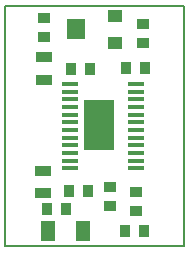
<source format=gtp>
G04 (created by PCBNEW (2013-07-07 BZR 4022)-stable) date 19-01-2014 11:17:58 PM*
%MOIN*%
G04 Gerber Fmt 3.4, Leading zero omitted, Abs format*
%FSLAX34Y34*%
G01*
G70*
G90*
G04 APERTURE LIST*
%ADD10C,0.00590551*%
%ADD11C,0.005*%
%ADD12R,0.0579X0.0165*%
%ADD13R,0.0984X0.1701*%
%ADD14R,0.055X0.035*%
%ADD15R,0.0394X0.0374*%
%ADD16R,0.0374X0.0394*%
%ADD17R,0.0453X0.0709*%
%ADD18R,0.05X0.04*%
%ADD19R,0.06X0.065*%
G04 APERTURE END LIST*
G54D10*
G54D11*
X100Y50D02*
X100Y8050D01*
X6050Y50D02*
X100Y50D01*
X6050Y8050D02*
X6050Y50D01*
X100Y8050D02*
X6050Y8050D01*
G54D12*
X4452Y3922D03*
X4452Y4178D03*
X4452Y4434D03*
X4452Y4690D03*
X2250Y3158D03*
X4452Y3154D03*
X4452Y3410D03*
X4452Y3666D03*
X2248Y4946D03*
X2248Y4690D03*
X2248Y4434D03*
X2248Y4178D03*
X2248Y3922D03*
X2248Y3666D03*
X4452Y4946D03*
X2250Y3410D03*
X4452Y2898D03*
X4452Y5202D03*
X2248Y5202D03*
X2248Y2898D03*
X4452Y2643D03*
X4452Y5457D03*
X2248Y5457D03*
X2248Y2643D03*
G54D13*
X3225Y4075D03*
G54D14*
X1345Y2570D03*
X1345Y1820D03*
X1395Y5605D03*
X1395Y6355D03*
G54D15*
X4700Y7465D03*
X4700Y6835D03*
G54D16*
X2865Y1900D03*
X2235Y1900D03*
X4135Y6000D03*
X4765Y6000D03*
G54D15*
X1400Y7035D03*
X1400Y7665D03*
G54D17*
X1509Y550D03*
X2691Y550D03*
G54D16*
X2115Y1300D03*
X1485Y1300D03*
G54D15*
X4450Y1865D03*
X4450Y1235D03*
G54D16*
X2915Y5950D03*
X2285Y5950D03*
X4085Y550D03*
X4715Y550D03*
G54D15*
X3600Y2015D03*
X3600Y1385D03*
G54D18*
X3750Y6825D03*
G54D19*
X2450Y7275D03*
G54D18*
X3750Y7725D03*
M02*

</source>
